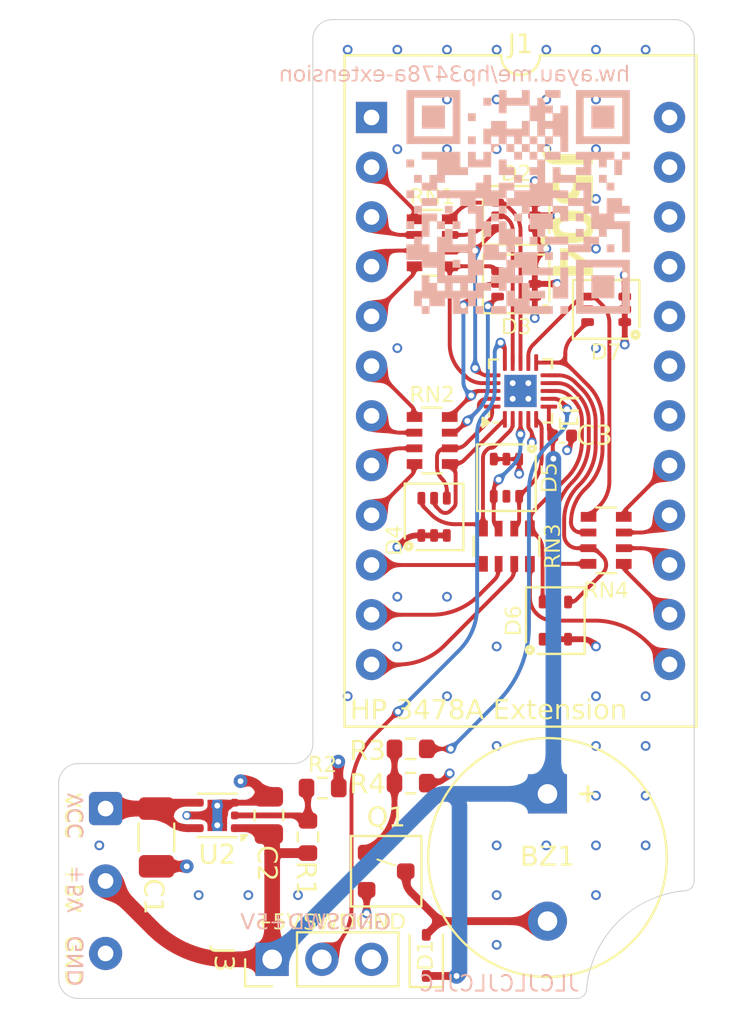
<source format=kicad_pcb>
(kicad_pcb (version 20241229) (generator "pcbnew") (generator_version "9.0")
  (layers (0 "F.Cu" signal) (4 "In1.Cu" power) (6 "In2.Cu" power) (2 "B.Cu" signal) (13 "F.Paste" user) (15 "B.Paste" user) (5 "F.SilkS" user "F.Silkscreen") (7 "B.SilkS" user "B.Silkscreen") (1 "F.Mask" user) (3 "B.Mask" user) (25 "Edge.Cuts" user))
  (net 0 "")
  (net 1 "GND")
  (net 2 "+5V")
  (net 3 "/SWIO")
  (net 4 "Net-(BZ1--)")
  (net 5 "VCC")
  (net 6 "Net-(J1-REN)")
  (net 7 "/EOI")
  (net 8 "/DIO7")
  (net 9 "/DIO5")
  (net 10 "/DIO2")
  (net 11 "/DIO6")
  (net 12 "/DIO8")
  (net 13 "/DAV")
  (net 14 "/ATN")
  (net 15 "/DIO3")
  (net 16 "/BUZZ")
  (net 17 "/DIO4")
  (net 18 "/DIO1")
  (net 19 "Net-(Q1-G)")
  (net 20 "Net-(U2-FB)")
  (net 22 "/NDAC")
  (net 23 "/NRFD")
  (net 24 "/SRQ")
  (net 25 "/IFC")
  (net 26 "/REN")
  (net 27 "Net-(J1-DIO7)")
  (net 28 "Net-(J1-DIO1)")
  (net 29 "Net-(J1-DIO5)")
  (net 30 "Net-(J1-NDAC)")
  (net 31 "Net-(J1-DIO4)")
  (net 32 "Net-(J1-ATN)")
  (net 33 "Net-(J1-DIO6)")
  (net 34 "Net-(J1-EOI)")
  (net 35 "Net-(J1-DIO8)")
  (net 36 "Net-(J1-NRFD)")
  (net 37 "Net-(J1-DIO2)")
  (net 38 "Net-(J1-DIO3)")
  (net 39 "Net-(J1-SRQ)")
  (net 40 "Net-(J1-DAV)")
  (net 41 "Net-(J1-IFC)")
  (footprint "Connector_Wire:SolderWire-0.127sqmm_1x03_P3.7mm_D0.48mm_OD1mm" (layer "F.Cu") (at 37.4 78.3 -90)
    (property "Reference" "J2" (hide yes))
    (property "Value" "Pwr")
  )
  (footprint "Capacitor_SMD:C_1206_3216Metric" (layer "F.Cu") (at 40 79.775 -90)
    (property "Reference" "C1")
    (property "Value" "10uF")
  )
  (footprint "Resistor_SMD:R_Array_Convex_4x0603" (layer "F.Cu") (at 54.1 59.5)
    (property "Reference" "RN2")
    (property "Value" "R_Pack04")
  )
  (footprint "Resistor_SMD:R_Array_Convex_4x0603" (layer "F.Cu") (at 54.1 49.4)
    (property "Reference" "RN1")
    (property "Value" "R_Pack04")
  )
  (footprint "PCM_Package_TO_SOT_SMD_AKL:SOT-363_SC-70-6" (layer "F.Cu") (at 60.4 68.7 90)
    (property "Reference" "D6")
    (property "Value" "BAT54TW" (hide yes))
  )
  (footprint "PCM_Package_TO_SOT_SMD_AKL:SOT-23" (layer "F.Cu") (at 51.75 81.5)
    (property "Reference" "Q1")
    (property "Value" "BSS138" (hide yes))
  )
  (footprint "Resistor_SMD:R_Array_Convex_4x0603" (layer "F.Cu") (at 63 64.6 180)
    (property "Reference" "RN4")
    (property "Value" "R_Pack04")
  )
  (footprint "Resistor_SMD:R_0603_1608Metric" (layer "F.Cu") (at 47.75 79.75 90)
    (property "Reference" "R1")
    (property "Value" "430k")
  )
  (footprint "Resistor_SMD:R_Array_Convex_4x0603" (layer "F.Cu") (at 57.9 64.9 90)
    (property "Reference" "RN3")
    (property "Value" "R_Pack04")
  )
  (footprint "Connector_PinHeader_2.54mm:PinHeader_1x03_P2.54mm_Vertical" (layer "F.Cu") (at 45.92 86 90)
    (property "Reference" "J3")
    (property "Value" "Debug")
  )
  (footprint "Resistor_SMD:R_0603_1608Metric" (layer "F.Cu") (at 53 75.25 180)
    (property "Reference" "R3")
    (property "Value" "1k")
  )
  (footprint "Package_SON:WSON-6-1EP_2x2mm_P0.65mm_EP1x1.6mm_ThermalVias" (layer "F.Cu") (at 43.1125 78.65 180)
    (property "Reference" "U2")
    (property "Value" "TLV76701DRVx")
  )
  (footprint "Package_DFN_QFN:QFN-20-1EP_3x3mm_P0.4mm_EP1.65x1.65mm_ThermalVias" (layer "F.Cu") (at 58.62 56.97 90)
    (property "Reference" "U1")
    (property "Value" "CH32V003FxUx")
  )
  (footprint "Resistor_SMD:R_0603_1608Metric" (layer "F.Cu") (at 53 77 180)
    (property "Reference" "R4")
    (property "Value" "10k")
  )
  (footprint "PCM_Package_TO_SOT_SMD_AKL:SOT-363_SC-70-6" (layer "F.Cu") (at 63 52.8 180)
    (property "Reference" "D7")
    (property "Value" "BAT54TW" (hide yes))
  )
  (footprint "Capacitor_SMD:C_0402_1005Metric" (layer "F.Cu") (at 60.75 59.25)
    (property "Reference" "C3")
    (property "Value" "100nF")
  )
  (footprint "PCM_Package_TO_SOT_SMD_AKL:SOT-363_SC-70-6" (layer "F.Cu") (at 57.9 61.4 -90)
    (property "Reference" "D5")
    (property "Value" "BAT54TW" (hide yes))
  )
  (footprint "Package_DIP:DIP-24_18.0mmx34.29mm_W15.24mm_Socket" (layer "F.Cu") (at 51 43)
    (property "Reference" "J1")
    (property "Value" "Conn_GPIB")
  )
  (footprint "Buzzer_Beeper:MagneticBuzzer_StarMicronics_QMB-105" (layer "F.Cu") (at 60 77.55 -90)
    (property "Reference" "BZ1")
    (property "Value" "Buzzer")
  )
  (footprint "PCM_Package_TO_SOT_SMD_AKL:SOT-363_SC-70-6" (layer "F.Cu") (at 54.2 63.4 90)
    (property "Reference" "D4")
    (property "Value" "BAT54TW" (hide yes))
  )
  (footprint "PCM_Package_TO_SOT_SMD_AKL:SOT-363_SC-70-6" (layer "F.Cu") (at 58.4 48 180)
    (property "Reference" "D2")
    (property "Value" "BAT54TW" (hide yes))
  )
  (footprint "Resistor_SMD:R_0603_1608Metric" (layer "F.Cu") (at 48.5 77.25)
    (property "Reference" "R2")
    (property "Value" "82k")
  )
  (footprint "Capacitor_SMD:C_0805_2012Metric" (layer "F.Cu") (at 45.75 78.65 90)
    (property "Reference" "C2")
    (property "Value" "10uF")
  )
  (footprint "PCM_Package_TO_SOT_SMD_AKL:SOT-363_SC-70-6" (layer "F.Cu") (at 58.4 51.5 180)
    (property "Reference" "D3")
    (property "Value" "BAT54TW" (hide yes))
  )
  (footprint "Diode_SMD:D_SOD-323" (layer "F.Cu") (at 53.8 85.8 90)
    (property "Reference" "D1")
    (property "Value" "1N4148W")
  )
  (footprint "LOGO" (layer "B.Cu") (at 58.5 47.313769 180)
    (property "Reference" "G***" (hide yes))
    (property "Value" "LOGO" (hide yes))
  )
  (gr_line (start 51.3 80.9) (end 52.2 81.2) (stroke (width 0.1)) (layer "F.SilkS"))
  (gr_arc (start 66.5 38) (mid 67.207107 38.292893) (end 67.5 39) (stroke (width 0.05)) (layer "Edge.Cuts"))
  (gr_arc (start 36 88) (mid 35.292893 87.707107) (end 35 87) (stroke (width 0.05)) (layer "Edge.Cuts"))
  (gr_line (start 61.5 88) (end 36 88) (stroke (width 0.05)) (layer "Edge.Cuts"))
  (gr_arc (start 48 75) (mid 47.707107 75.707107) (end 47 76) (stroke (width 0.05)) (layer "Edge.Cuts"))
  (gr_line (start 67.5 76) (end 67.5 82) (stroke (width 0.05)) (layer "Edge.Cuts"))
  (gr_arc (start 62 87.499995) (mid 63.594877 84.094873) (end 67 82.5) (stroke (width 0.05)) (layer "Edge.Cuts"))
  (gr_arc (start 48 39) (mid 48.292893 38.292893) (end 49 38) (stroke (width 0.05)) (layer "Edge.Cuts"))
  (gr_line (start 48 75) (end 48 39) (stroke (width 0.05)) (layer "Edge.Cuts"))
  (gr_line (start 36 76) (end 47 76) (stroke (width 0.05)) (layer "Edge.Cuts"))
  (gr_arc (start 62 87.499995) (mid 61.853555 87.853552) (end 61.5 88) (stroke (width 0.05)) (layer "Edge.Cuts"))
  (gr_line (start 67.5 39) (end 67.5 76) (stroke (width 0.05)) (layer "Edge.Cuts"))
  (gr_line (start 49 38) (end 66.5 38) (stroke (width 0.05)) (layer "Edge.Cuts"))
  (gr_line (start 35 87) (end 35 77) (stroke (width 0.05)) (layer "Edge.Cuts"))
  (gr_arc (start 67.5 82) (mid 67.353556 82.353551) (end 67.000006 82.5) (stroke (width 0.05)) (layer "Edge.Cuts"))
  (gr_arc (start 35 77) (mid 35.292893 76.292893) (end 36 76) (stroke (width 0.05)) (layer "Edge.Cuts"))
  (gr_text "SWD" (at 47.5 84.62 0) (layer "F.SilkS") (effects (font (size 0.8 0.8) (thickness 0.1)) (justify left bottom)))
  (gr_text "VCC" (at 35.2 77.5 270) (layer "F.SilkS") (effects (font (size 0.8 0.8) (thickness 0.1)) (justify left bottom)))
  (gr_text "+5V" (at 45 84.6 0) (layer "F.SilkS") (effects (font (size 0.8 0.8) (thickness 0.1)) (justify left bottom)))
  (gr_text "GND" (at 50.2 84.6 0) (layer "F.SilkS") (effects (font (size 0.8 0.8) (thickness 0.1)) (justify left bottom)))
  (gr_text "J504" (at 59.94 44.62 270) (layer "F.SilkS") (effects (font (size 2 2) (thickness 0.3) (bold yes)) (justify left bottom)))
  (gr_text "+5V" (at 35.2 81.2 270) (layer "F.SilkS") (effects (font (size 0.8 0.8) (thickness 0.1)) (justify left bottom)))
  (gr_text "GND" (at 35.2 84.8 270) (layer "F.SilkS") (effects (font (size 0.8 0.8) (thickness 0.1)) (justify left bottom)))
  (gr_text "HP 3478A Extension" (at 49.9 73.9 0) (layer "F.SilkS") (effects (font (size 1 1) (thickness 0.1)) (justify left bottom)))
  (gr_text "GND" (at 36.4 84.8 -270) (layer "B.SilkS") (effects (font (size 0.8 0.8) (thickness 0.1)) (justify left bottom mirror)))
  (gr_text "hw.ayau.me/hp3478a-extension" (at 64.213769 41.3 0) (layer "B.SilkS") (effects (font (size 0.8 0.8) (thickness 0.1)) (justify left bottom mirror)))
  (gr_text "SWD" (at 49.4 84.6 -0) (layer "B.SilkS") (effects (font (size 0.8 0.8) (thickness 0.1)) (justify left bottom mirror)))
  (gr_text "+5V" (at 36.4 81.2 -270) (layer "B.SilkS") (effects (font (size 0.8 0.8) (thickness 0.1)) (justify left bottom mirror)))
  (gr_text "JLCJLCJLCJLC" (at 61.7 87.7 0) (layer "B.SilkS") (effects (font (size 0.8 0.8) (thickness 0.1)) (justify left bottom mirror)))
  (gr_text "+5V" (at 46.7 84.6 0) (layer "B.SilkS") (effects (font (size 0.8 0.8) (thickness 0.1)) (justify left bottom mirror)))
  (gr_text "GND" (at 52 84.6 -0) (layer "B.SilkS") (effects (font (size 0.8 0.8) (thickness 0.1)) (justify left bottom mirror)))
  (gr_text "VCC" (at 36.4 77.5 -270) (layer "B.SilkS") (effects (font (size 0.8 0.8) (thickness 0.1)) (justify left bottom mirror)))
  (segment (start 59.35 52.15) (end 59.35 53.25) (width 0.3) (layer "F.Cu") (net 1))
  (segment (start 42.225 78.65) (end 43.1125 78.65) (width 0.4) (layer "F.Cu") (net 1))
  (segment (start 45.179809 77.129809) (end 45.6 77.55) (width 0.5) (layer "F.Cu") (net 1))
  (segment (start 59.94 49.7) (end 59.645 49.405) (width 0.3) (layer "F.Cu") (net 1))
  (segment (start 44 78) (end 45.237867 78) (width 0.3) (layer "F.Cu") (net 1))
  (segment (start 43.1625 78.05) (end 43.1125 78.1) (width 0.3) (layer "F.Cu") (net 1))
  (segment (start 59.2 59.178758) (end 59.2 59.6) (width 0.2) (layer "F.Cu") (net 1))
  (segment (start 60.5 51.5) (end 59.35 51.5) (width 0.3) (layer "F.Cu") (net 1))
  (segment (start 50.75 83.65) (end 50.75 82.45) (width 0.3) (layer "F.Cu") (net 1))
  (segment (start 59.94 49.7) (end 59.645 49.995) (width 0.3) (layer "F.Cu") (net 1))
  (segment (start 63.95 51.05) (end 63.95 52.15) (width 0.3) (layer "F.Cu") (net 1))
  (segment (start 44 78) (end 43.28321 78) (width 0.3) (layer "F.Cu") (net 1))
  (segment (start 52.32 64.94) (end 52.615 64.645) (width 0.3) (layer "F.Cu") (net 1))
  (segment (start 44.3 76.9) (end 44.625 76.9) (width 0.5) (layer "F.Cu") (net 1))
  (segment (start 63.95 54.6) (end 63.95 53.45) (width 0.3) (layer "F.Cu") (net 1))
  (segment (start 49.3125 77.2375) (end 49.325 77.25) (width 0.5) (layer "F.Cu") (net 1))
  (segment (start 59.02 58.744199) (end 59.02 58.42) (width 0.2) (layer "F.Cu") (net 1))
  (segment (start 58.55 61.2) (end 58.55 60.45) (width 0.2) (layer "F.Cu") (net 1))
  (segment (start 41.55 81.25) (end 40 81.25) (width 0.5) (layer "F.Cu") (net 1))
  (segment (start 59.35 46.25) (end 59.35 47.35) (width 0.3) (layer "F.Cu") (net 1))
  (segment (start 61.23 59.44474) (end 61.23 59.25) (width 0.2) (layer "F.Cu") (net 1))
  (segment (start 63.95 52.15) (end 63.95 53.45) (width 0.3) (layer "F.Cu") (net 1))
  (segment (start 53.327193 64.35) (end 54.85 64.35) (width 0.3) (layer "F.Cu") (net 1))
  (segment (start 61.84837 69.65) (end 59.75 69.65) (width 0.3) (layer "F.Cu") (net 1))
  (segment (start 60.5 48) (end 59.35 48) (width 0.3) (layer "F.Cu") (net 1))
  (segment (start 49.3 77.207322) (end 49.3 75.9) (width 0.5) (layer "F.Cu") (net 1))
  (segment (start 59.35 47.35) (end 59.35 48.692806) (width 0.3) (layer "F.Cu") (net 1))
  (segment (start 55 76.5) (end 54.738648 76.761351) (width 0.3) (layer "F.Cu") (net 1))
  (segment (start 41.55 78.65) (end 42.225 78.65) (width 0.4) (layer "F.Cu") (net 1))
  (segment (start 58.55 60.45) (end 57.25 60.45) (width 0.2) (layer "F.Cu") (net 1))
  (segment (start 59.35 52.15) (end 59.35 50.707193) (width 0.3) (layer "F.Cu") (net 1))
  (segment (start 62.48 70.02) (end 62.295 69.835) (width 0.3) (layer "F.Cu") (net 1))
  (segment (start 54.1625 77) (end 53.825 77) (width 0.3) (layer "F.Cu") (net 1))
  (via (at 62.48 75.1) (size 0.5) (drill 0.3) (layers "F.Cu" "B.Cu") (net 1))
  (via (at 41.55 81.25) (size 0.7) (drill 0.3) (layers "F.Cu" "B.Cu") (net 1))
  (via (at 60.5 51.5) (size 0.5) (drill 0.3) (layers "F.Cu" "B.Cu") (net 1))
  (via (at 49.78 72.56) (size 0.5) (drill 0.3) (layers "F.Cu" "B.Cu") (net 1))
  (via (at 59.35 46.25) (size 0.5) (drill 0.3) (layers "F.Cu" "B.Cu") (net 1))
  (via (at 62.48 70.02) (size 0.5) (drill 0.3) (layers "F.Cu" "B.Cu") (net 1))
  (via (at 62.48 72.56) (size 0.5) (drill 0.3) (layers "F.Cu" "B.Cu") (net 1))
  (via (at 50.75 83.65) (size 0.5) (drill 0.3) (layers "F.Cu" "B.Cu") (net 1))
  (via (at 62.48 44.62) (size 0.5) (drill 0.3) (layers "F.Cu" "B.Cu") (net 1))
  (via (at 44.7 82.72) (size 0.5) (drill 0.3) (layers "F.Cu" "B.Cu") (net 1))
  (via (at 54.86 67.48) (size 0.5) (drill 0.3) (layers "F.Cu" "B.Cu") (net 1))
  (via (at 54.86 44.62) (size 0.5) (drill 0.3) (layers "F.Cu" "B.Cu") (net 1))
  (via (at 62.48 77.64) (size 0.5) (drill 0.3) (layers "F.Cu" "B.Cu") (net 1))
  (via (at 62.48 54.78) (size 0.5) (drill 0.3) (layers "F.Cu" "B.Cu") (net 1))
  (via (at 57.4 75.1) (size 0.5) (drill 0.3) (layers "F.Cu" "B.Cu") (net 1))
  (via (at 49.78 39.54) (size 0.5) (drill 0.3) (layers "F.Cu" "B.Cu") (net 1))
  (via (at 54.86 39.54) (size 0.5) (drill 0.3) (layers "F.Cu" "B.Cu") (net 1))
  (via (at 49.3 75.9) (size 0.7) (drill 0.3) (layers "F.Cu" "B.Cu") (net 1))
  (via (at 63.95 51.05) (size 0.5) (drill 0.3) (layers "F.Cu" "B.Cu") (net 1))
  (via (at 59.94 44.62) (size 0.5) (drill 0.3) (layers "F.Cu" "B.Cu") (net 1))
  (via (at 57.4 82.72) (size 0.5) (drill 0.3) (layers "F.Cu" "B.Cu") (net 1))
  (via (at 58.55 61.2) (size 0.5) (drill 0.3) (layers "F.Cu" "B.Cu") (net 1))
  (via (at 52.32 67.48) (size 0.5) (drill 0.3) (layers "F.Cu" "B.Cu") (net 1))
  (via (at 61 60) (size 0.5) (drill 0.3) (layers "F.Cu" "B.Cu") (net 1))
  (via (at 47.24 82.72) (size 0.5) (drill 0.3) (layers "F.Cu" "B.Cu") (net 1))
  (via (at 57.4 44.62) (size 0.5) (drill 0.3) (layers "F.Cu" "B.Cu") (net 1))
  (via (at 44.3 76.9) (size 0.7) (drill 0.3) (layers "F.Cu" "B.Cu") (net 1))
  (via (at 52.32 64.94) (size 0.5) (drill 0.3) (layers "F.Cu" "B.Cu") (net 1))
  (via (at 57.4 70.02) (size 0.5) (drill 0.3) (layers "F.Cu" "B.Cu") (net 1))
  (via (at 62.48 82.72) (size 0.5) (drill 0.3) (layers "F.Cu" "B.Cu") (net 1))
  (via (at 62.48 49.7) (size 0.5) (drill 0.3) (layers "F.Cu" "B.Cu") (net 1))
  (via (at 57.4 42.08) (size 0.5) (drill 0.3) (layers "F.Cu" "B.Cu") (net 1))
  (via (at 62.48 47.16) (size 0.5) (drill 0.3) (layers "F.Cu" "B.Cu") (net 1))
  (via (at 65.02 77.64) (size 0.5) (drill 0.3) (layers "F.Cu" "B.Cu") (net 1))
  (via (at 52.32 54.78) (size 0.5) (drill 0.3) (layers "F.Cu" "B.Cu") (net 1))
  (via (at 57.4 85.26) (size 0.5) (drill 0.3) (layers "F.Cu" "B.Cu") (net 1))
  (via (at 59.94 39.54) (size 0.5) (drill 0.3) (layers "F.Cu" "B.Cu") (net 1))
  (via (at 65.02 39.54) (size 0.5) (drill 0.3) (layers "F.Cu" "B.Cu") (net 1))
  (via (at 60.5 48) (size 0.5) (drill 0.3) (layers "F.Cu" "B.Cu") (net 1))
  (via (at 63.95 54.6) (size 0.5) (drill 0.3) (layers "F.Cu" "B.Cu") (net 1))
  (via (at 59.94 80.18) (size 0.5) (drill 0.3) (layers "F.Cu" "B.Cu") (net 1))
  (via (at 65.02 80.18) (size 0.5) (drill 0.3) (layers "F.Cu" "B.Cu") (net 1))
  (via (at 54.86 42.08) (size 0.5) (drill 0.3) (layers "F.Cu" "B.Cu") (net 1))
  (via (at 59.2 59.6) (size 0.5) (drill 0.3) (layers "F.Cu" "B.Cu") (net 1))
  (via (at 55 76.5) (size 0.5) (drill 0.3) (layers "F.Cu" "B.Cu") (net 1))
  (via (at 41.55 78.65) (size 0.45) (drill 0.3) (layers "F.Cu" "B.Cu") (net 1))
  (via (at 52.32 44.62) (size 0.5) (drill 0.3) (layers "F.Cu" "B.Cu") (net 1))
  (via (at 52.32 70.02) (size 0.5) (drill 0.3) (layers "F.Cu" "B.Cu") (net 1))
  (via (at 59.94 42.08) (size 0.5) (drill 0.3) (layers "F.Cu" "B.Cu") (net 1))
  (via (at 62.48 80.18) (size 0.5) (drill 0.3) (layers "F.Cu" "B.Cu") (net 1))
  (via (at 37.08 80.18) (size 0.5) (drill 0.3) (layers "F.Cu" "B.Cu") (net 1))
  (via (at 57.4 39.54) (size 0.5) (drill 0.3) (layers "F.Cu" "B.Cu") (net 1))
  (via (at 59.35 53.25) (size 0.5) (drill 0.3) (layers "F.Cu" "B.Cu") (net 1))
  (via (at 42.16 82.72) (size 0.5) (drill 0.3) (layers "F.Cu" "B.Cu") (net 1))
  (via (at 54.86 72.56) (size 0.5) (drill 0.3) (layers "F.Cu" "B.Cu") (net 1))
  (via (at 52.32 39.54) (size 0.5) (drill 0.3) (layers "F.Cu" "B.Cu") (net 1))
  (via (at 65.02 75.1) (size 0.5) (drill 0.3) (layers "F.Cu" "B.Cu") (net 1))
  (via (at 65.02 72.56) (size 0.5) (drill 0.3) (layers "F.Cu" "B.Cu") (net 1))
  (via (at 57.4 80.18) (size 0.5) (drill 0.3) (layers "F.Cu" "B.Cu") (net 1))
  (via (at 62.48 42.08) (size 0.5) (drill 0.3) (layers "F.Cu" "B.Cu") (net 1))
  (via (at 62.48 39.54) (size 0.5) (drill 0.3) (layers "F.Cu" "B.Cu") (net 1))
  (via (at 59.94 49.7) (size 0.5) (drill 0.3) (layers "F.Cu" "B.Cu") (net 1))
  (arc (start 62.295 69.835) (mid 62.090084 69.698079) (end 61.84837 69.65) (width 0.3) (layer "F.Cu") (net 1))
  (arc (start 49.3125 77.2375) (mid 49.303248 77.223654) (end 49.3 77.207322) (width 0.5) (layer "F.Cu") (net 1))
  (arc (start 59.11 58.961479) (mid 59.176609 59.061167) (end 59.2 59.178758) (width 0.2) (layer "F.Cu") (net 1))
  (arc (start 53.327193 64.35) (mid 52.941756 64.426668) (end 52.615 64.645) (width 0.3) (layer "F.Cu") (net 1))
  (arc (start 45.6 77.55) (mid 45.662132 77.7) (end 45.6 77.85) (width 0.5) (layer "F.Cu") (net 1))
  (arc (start 61.23 59.44474) (mid 61.170227 59.745241) (end 61 60) (width 0.2) (layer "F.Cu") (net 1))
  (arc (start 59.02 58.744199) (mid 59.04339 58.86179) (end 59.11 58.961479) (width 0.2) (layer "F.Cu") (net 1))
  (arc (start 45.237867 78) (mid 45.433852 77.961016) (end 45.6 77.85) (width 0.3) (layer "F.Cu") (net 1))
  (arc (start 43.1625 78.05) (mid 43.217882 78.012994) (end 43.28321 78) (width 0.3) (layer "F.Cu") (net 1))
  (arc (start 54.738648 76.761351) (mid 54.474309 76.937977) (end 54.1625 77) (width 0.3) (layer "F.Cu") (net 1))
  (arc (start 59.35 48.692806) (mid 59.426668 49.078242) (end 59.645 49.405) (width 0.3) (layer "F.Cu") (net 1))
  (arc (start 45.179809 77.129809) (mid 44.92526 76.959725) (end 44.625 76.9) (width 0.5) (layer "F.Cu") (net 1))
  (arc (start 59.645 49.995) (mid 59.426668 50.321756) (end 59.35 50.707193) (width 0.3) (layer "F.Cu") (net 1))
  (segment (start 45.711717 79.561717) (end 45.719842 79.569842) (width 0.4) (layer "F.Cu") (net 2))
  (segment (start 45.624883 79.474883) (end 45.629961 79.479961) (width 0.4) (layer "F.Cu") (net 2))
  (segment (start 45.662461 79.512461) (end 45.656875 79.506875) (width 0.4) (layer "F.Cu") (net 2))
  (segment (start 39.806207 84.406207) (end 37.4 82) (width 0.8) (layer "F.Cu") (net 2))
  (segment (start 45.92 79.890208) (end 45.92 80.626256) (width 0.8) (layer "F.Cu") (net 2))
  (segment (start 60.3 60.43) (end 60.285 60.415) (width 0.2) (layer "F.Cu") (net 2))
  (segment (start 45.707654 79.557654) (end 45.711717 79.561717) (width 0.4) (layer "F.Cu") (net 2))
  (segment (start 43.653963 86) (end 45.92 86) (width 0.8) (layer "F.Cu") (net 2))
  (segment (start 45.62082 79.47082) (end 45.621836 79.471836) (width 0.4) (layer "F.Cu") (net 2))
  (segment (start 45.92 86) (end 45.92 80.873743) (width 0.8) (layer "F.Cu") (net 2))
  (segment (start 45.600507 79.450507) (end 45.601522 79.451522) (width 0.4) (layer "F.Cu") (net 2))
  (segment (start 45.786133 79.636133) (end 45.798711 79.648711) (width 0.4) (layer "F.Cu") (net 2))
  (segment (start 45.679219 79.529219) (end 45.677696 79.527696) (width 0.4) (layer "F.Cu") (net 2))
  (segment (start 45.237867 79.3) (end 44 79.3) (width 0.4) (layer "F.Cu") (net 2))
  (segment (start 45.703591 79.553591) (end 45.695467 79.545467) (width 0.4) (layer "F.Cu") (net 2))
  (segment (start 45.753945 79.603945) (end 45.761211 79.611211) (width 0.4) (layer "F.Cu") (net 2))
  (segment (start 45.662461 79.512461) (end 45.667539 79.517539) (width 0.4) (layer "F.Cu") (net 2))
  (segment (start 45.679219 79.529219) (end 45.683281 79.533281) (width 0.4) (layer "F.Cu") (net 2))
  (segment (start 45.619804 79.469804) (end 45.62082 79.47082) (width 0.4) (layer "F.Cu") (net 2))
  (segment (start 45.60457 79.45457) (end 45.606093 79.456093) (width 0.4) (layer "F.Cu") (net 2))
  (segment (start 45.746679 79.596679) (end 45.753945 79.603945) (width 0.4) (layer "F.Cu") (net 2))
  (segment (start 45.82 79.67) (end 45.83 79.68) (width 0.4) (layer "F.Cu") (net 2))
  (segment (start 45.67668 79.52668) (end 45.677696 79.527696) (width 0.4) (layer "F.Cu") (net 2))
  (segment (start 45.624883 79.474883) (end 45.621836 79.471836) (width 0.4) (layer "F.Cu") (net 2))
  (segment (start 45.691405 79.541405) (end 45.695467 79.545467) (width 0.4) (layer "F.Cu") (net 2))
  (segment (start 45.667539 79.517539) (end 45.672617 79.522617) (width 0.4) (layer "F.Cu") (net 2))
  (segment (start 45.92 80.626256) (end 45.92 80.873743) (width 0.8) (layer "F.Cu") (net 2))
  (segment (start 45.798711 79.648711) (end 45.811289 79.661289) (width 0.4) (layer "F.Cu") (net 2))
  (segment (start 45.614217 79.464217) (end 45.61828 79.46828) (width 0.4) (layer "F.Cu") (net 2))
  (segment (start 45.83 79.68) (end 45.835 79.685) (width 0.4) (layer "F.Cu") (net 2))
  (segment (start 45.746679 79.596679) (end 45.740155 79.590155) (width 0.4) (layer "F.Cu") (net 2))
  (segment (start 60.27 59.391421) (end 60.27 60.378786) (width 0.2) (layer "F.Cu") (net 2))
  (segment (start 45.601522 79.451522) (end 45.602538 79.452538) (width 0.4) (layer "F.Cu") (net 2))
  (segment (start 45.610155 79.460155) (end 45.614217 79.464217) (width 0.4) (layer "F.Cu") (net 2))
  (segment (start 45.640625 79.490625) (end 45.656875 79.506875) (width 0.4) (layer "F.Cu") (net 2))
  (segment (start 45.675664 79.525664) (end 45.672617 79.522617) (width 0.4) (layer "F.Cu") (net 2))
  (segment (start 45.635039 79.485039) (end 45.640625 79.490625) (width 0.4) (layer "F.Cu") (net 2))
  (segment (start 45.619804 79.469804) (end 45.61828 79.46828) (width 0.4) (layer "F.Cu") (net 2))
  (segment (start 60.07 58.908578) (end 60.07 57.77) (width 0.2) (layer "F.Cu") (net 2))
  (segment (start 45.602538 79.452538) (end 45.603554 79.453554) (width 0.4) (layer "F.Cu") (net 2))
  (segment (start 45.606093 79.456093) (end 45.610155 79.460155) (width 0.4) (layer "F.Cu") (net 2))
  (segment (start 45.629961 79.479961) (end 45.635039 79.485039) (width 0.4) (layer "F.Cu") (net 2))
  (segment (start 45.719842 79.569842) (end 45.740155 79.590155) (width 0.4) (layer "F.Cu") (net 2))
  (segment (start 55.35 86.85) (end 53.8 86.85) (width 0.4) (layer "F.Cu") (net 2))
  (segment (start 45.603554 79.453554) (end 45.60457 79.45457) (width 0.4) (layer "F.Cu") (net 2))
  (segment (start 45.687343 79.537343) (end 45.691405 79.541405) (width 0.4) (layer "F.Cu") (net 2))
  (segment (start 45.761211 79.611211) (end 45.786133 79.636133) (width 0.4) (layer "F.Cu") (net 2))
  (segment (start 45.675664 79.525664) (end 45.67668 79.52668) (width 0.4) (layer "F.Cu") (net 2))
  (segment (start 45.683281 79.533281) (end 45.687343 79.537343) (width 0.4) (layer "F.Cu") (net 2))
  (segment (start 45.82 79.67) (end 45.811289 79.661289) (width 0.4) (layer "F.Cu") (net 2))
  (segment (start 45.600507 79.450507) (end 45.6 79.45) (width 0.4) (layer "F.Cu") (net 2))
  (segment (start 46.218743 80.575) (end 47.75 80.575) (width 0.5) (layer "F.Cu") (net 2))
  (segment (start 45.703591 79.553591) (end 45.707654 79.557654) (width 0.4) (layer "F.Cu") (net 2))
  (via (at 55.35 86.85) (size 0.5) (drill 0.3) (layers "F.Cu" "B.Cu") (net 2))
  (via (at 60.3 60.43) (size 0.5) (drill 0.3) (layers "F.Cu" "B.Cu") (net 2))
  (arc (start 45.92 80.626256) (mid 45.951641 80.67361) (end 46.0075 80.6625) (width 0.8) (layer "F.Cu") (net 2))
  (arc (start 60.27 60.378786) (mid 60.273898 60.398385) (end 60.285 60.415) (width 0.2) (layer "F.Cu") (net 2))
  (arc (start 45.237867 79.3) (mid 45.433852 79.338983) (end 45.6 79.45) (width 0.4) (layer "F.Cu") (net 2))
  (arc (start 46.0075 80.6625) (mid 45.94274 80.759419) (end 45.92 80.873743) (width 0.5) (layer "F.Cu") (net 2))
  (arc (start 39.806207 84.406207) (mid 41.571572 85.585786) (end 43.653963 86) (width 0.8) (layer "F.Cu") (net 2))
  (arc (start 46.218743 80.575) (mid 46.104419 80.59774) (end 46.0075 80.6625) (width 0.5) (layer "F.Cu") (net 2))
  (arc (start 60.17 59.15) (mid 60.24401 59.260764) (end 60.27 59.391421) (width 0.2) (layer "F.Cu") (net 2))
  (arc (start 60.07 58.908578) (mid 60.095989 59.039234) (end 60.17 59.15) (width 0.2) (layer "F.Cu") (net 2))
  (arc (start 45.92 79.890208) (mid 45.897909 79.77915) (end 45.835 79.685) (width 0.8) (layer "F.Cu") (net 2))
  (segment (start 59.787867 77.55) (end 58.25 77.55) (width 0.8) (layer "B.Cu") (net 2))
  (segment (start 54.735 77.55) (end 54.81645 77.55) (width 0.8) (layer "B.Cu") (net 2))
  (segment (start 55.35 86.85) (end 55.4255 86.7745) (width 0.8) (layer "B.Cu") (net 2))
  (segment (start 56.15 77.55) (end 55.383549 77.55) (width 0.8) (layer "B.Cu") (net 2))
  (segment (start 58.25 77.55) (end 56.15 77.55) (width 0.8) (layer "B.Cu") (net 2))
  (segment (start 55.501 78.234549) (end 55.501 86.592226) (width 0.8) (layer "B.Cu") (net 2))
  (segment (start 60.3 60.43) (end 60.3 77.037867) (width 0.8) (layer "B.Cu") (net 2))
  (segment (start 54.81645 77.55) (end 55.383549 77.55) (width 0.8) (layer "B.Cu") (net 2))
  (segment (start 54.111906 77.808093) (end 45.92 86) (width 0.8) (layer "B.Cu") (net 2))
  (arc (start 55.383549 77.55) (mid 55.275039 77.622503) (end 55.3005 77.7505) (width 0.8) (layer "B.Cu") (net 2))
  (arc (start 54.735 77.55) (mid 54.397783 77.617076) (end 54.111906 77.808093) (width 0.8) (layer "B.Cu") (net 2))
  (arc (start 60.3 77.037867) (mid 60.261016 77.233852) (end 60.15 77.4) (width 0.8) (layer "B.Cu") (net 2))
  (arc (start 55.3005 77.7505) (mid 55.078416 77.602108) (end 54.81645 77.55) (width 0.8) (layer "B.Cu") (net 2))
  (arc (start 55.3005 77.7505) (mid 55.448891 77.972583) (end 55.501 78.234549) (width 0.8) (layer "B.Cu") (net 2))
  (arc (start 60.15 77.4) (mid 59.983852 77.511016) (end 59.787867 77.55) (width 0.8) (layer "B.Cu") (net 2))
  (arc (start 55.501 86.592226) (mid 55.481378 86.690872) (end 55.4255 86.7745) (width 0.8) (layer "B.Cu") (net 2))
  (segment (start 57.71 54.61) (end 57.6 54.5) (width 0.2) (layer "F.Cu") (net 3))
  (segment (start 49.218 85.242) (end 48.46 86) (width 0.2) (layer "F.Cu") (net 3))
  (segment (start 52.35 73.35) (end 51.163 74.537) (width 0.2) (layer "F.Cu") (net 3))
  (segment (start 57.82 54.875563) (end 57.82 55.52) (width 0.2) (layer "F.Cu") (net 3))
  (segment (start 49.976 83.412026) (end 49.976 77.402671) (width 0.2) (layer "F.Cu") (net 3))
  (via (at 57.6 54.5) (size 0.5) (drill 0.3) (layers "F.Cu" "B.Cu") (net 3))
  (via (at 52.35 73.35) (size 0.5) (drill 0.3) (layers "F.Cu" "B.Cu") (net 3))
  (arc (start 51.163 74.537) (mid 50.284491 75.851781) (end 49.976 77.402671) (width 0.2) (layer "F.Cu") (net 3))
  (arc (start 49.976 83.412026) (mid 49.779002 84.4024) (end 49.218 85.242) (width 0.2) (layer "F.Cu") (net 3))
  (arc (start 57.71 54.61) (mid 57.791411 54.731841) (end 57.82 54.875563) (width 0.2) (layer "F.Cu") (net 3))
  (segment (start 57.301 56.958992) (end 57.301 55.010424) (width 0.2) (layer "B.Cu") (net 3))
  (segment (start 56.401 59.131785) (end 56.401 65.4005) (width 0.2) (layer "B.Cu") (net 3))
  (segment (start 57.6 54.5) (end 57.4505 54.6495) (width 0.2) (layer "B.Cu") (net 3))
  (segment (start 52.35 73.35) (end 55.482114 70.217885) (width 0.2) (layer "B.Cu") (net 3))
  (segment (start 56.401 65.4005) (end 56.401 67.9995) (width 0.2) (layer "B.Cu") (net 3))
  (arc (start 56.851 58.045389) (mid 56.517951 58.543831) (end 56.401 59.131785) (width 0.2) (layer "B.Cu") (net 3))
  (arc (start 57.4505 54.6495) (mid 57.339853 54.815093) (end 57.301 55.010424) (width 0.2) (layer "B.Cu") (net 3))
  (arc (start 57.301 56.958992) (mid 57.184048 57.546945) (end 56.851 58.045389) (width 0.2) (layer "B.Cu") (net 3))
  (arc (start 56.401 67.9995) (mid 56.162189 69.200081) (end 55.482114 70.217885) (width 0.2) (layer "B.Cu") (net 3))
  (segment (start 54.15 84.4) (end 53.8 84.75) (width 0.4) (layer "F.Cu") (net 4))
  (segment (start 54.994974 84.05) (end 60 84.05) (width 0.4) (layer "F.Cu") (net 4))
  (segment (start 52.75 81.9) (end 52.75 81.5) (width 0.4) (layer "F.Cu") (net 4))
  (segment (start 53.032842 82.582842) (end 54.15 83.7) (width 0.4) (layer "F.Cu") (net 4))
  (arc (start 52.75 81.9) (mid 52.823508 82.269551) (end 53.032842 82.582842) (width 0.4) (layer "F.Cu") (net 4))
  (arc (start 54.15 84.4) (mid 54.294974 84.05) (end 54.15 83.7) (width 0.4) (layer "F.Cu") (net 4))
  (arc (start 54.994974 84.05) (mid 54.537677 84.140962) (end 54.15 84.4) (width 0.4) (layer "F.Cu") (net 4))
  (arc (start 54.15 83.7) (mid 54.537677 83.959037) (end 54.994974 84.05) (width 0.4) (layer "F.Cu") (net 4))
  (segment (start 40 78.3) (end 37.4 78.3) (width 0.8) (layer "F.Cu") (net 5))
  (segment (start 41.6125 79.3) (end 42.225 79.3) (width 0.4) (layer "F.Cu") (net 5))
  (segment (start 40.512132 78) (end 42.225 78) (width 0.4) (layer "F.Cu") (net 5))
  (arc (start 41.6125 79.3) (mid 41.046623 79.18744) (end 40.566897 78.866897) (width 0.4) (layer "F.Cu") (net 5))
  (segment (start 63.998994 63.021005) (end 66.24 60.78) (width 0.2) (layer "F.Cu") (net 6))
  (segment (start 63.9 63.26) (end 63.9 63.4) (width 0.2) (layer "F.Cu") (net 6))
  (arc (start 63.998994 63.021005) (mid 63.925727 63.130656) (end 63.9 63.26) (width 0.2) (layer "F.Cu") (net 6))
  (segment (start 55.2 59.9) (end 54.8 59.9) (width 0.2) (layer "F.Cu") (net 7))
  (segment (start 54.777483 59.9) (end 54.8 59.9) (width 0.2) (layer "F.Cu") (net 7))
  (segment (start 54.349 60.846739) (end 54.349 60.328483) (width 0.2) (layer "F.Cu") (net 7))
  (segment (start 56.97201 58.527989) (end 55.812132 59.687867) (width 0.2) (layer "F.Cu") (net 7))
  (segment (start 55.2 59.9) (end 55.3 59.9) (width 0.2) (layer "F.Cu") (net 7))
  (segment (start 57.17 58.05) (end 57.17 57.77) (width 0.2) (layer "F.Cu") (net 7))
  (segment (start 54.85 62.05626) (end 54.85 62.45) (width 0.2) (layer "F.Cu") (net 7))
  (arc (start 57.17 58.05) (mid 57.118544 58.308686) (end 56.97201 58.527989) (width 0.2) (layer "F.Cu") (net 7))
  (arc (start 54.5995 61.4515) (mid 54.784897 61.728966) (end 54.85 62.05626) (width 0.2) (layer "F.Cu") (net 7))
  (arc (start 54.4745 60.0255) (mid 54.381616 60.164509) (end 54.349 60.328483) (width 0.2) (layer "F.Cu") (net 7))
  (arc (start 55.812132 59.687867) (mid 55.577163 59.844868) (end 55.3 59.9) (width 0.2) (layer "F.Cu") (net 7))
  (arc (start 54.349 60.846739) (mid 54.414102 61.174033) (end 54.5995 61.4515) (width 0.2) (layer "F.Cu") (net 7))
  (arc (start 54.777483 59.9) (mid 54.613509 59.932616) (end 54.4745 60.0255) (width 0.2) (layer "F.Cu") (net 7))
  (segment (start 61.656999 61.735775) (end 61.578692 61.814083) (width 0.2) (layer "F.Cu") (net 8))
  (segment (start 62.823223 65.423223) (end 62.506066 65.106066) (width 0.2) (layer "F.Cu") (net 8))
  (segment (start 61.2 67.75) (end 61.05 67.75) (width 0.2) (layer "F.Cu") (net 8))
  (segment (start 61.456065 67.643933) (end 62.823223 66.276776) (width 0.2) (layer "F.Cu") (net 8))
  (segment (start 62.25 65) (end 61.95 65) (width 0.2) (layer "F.Cu") (net 8))
  (segment (start 61.533842 65) (end 61.95 65) (width 0.2) (layer "F.Cu") (net 8))
  (segment (start 62.463 59.789919) (end 62.463 58.560329) (width 0.2) (layer "F.Cu") (net 8))
  (segment (start 60.566388 56.17) (end 60.07 56.17) (width 0.2) (layer "F.Cu") (net 8))
  (segment (start 61.762887 56.870111) (end 61.413775 56.520999) (width 0.2) (layer "F.Cu") (net 8))
  (segment (start 60.851 63.570888) (end 60.851 64.317157) (width 0.2) (layer "F.Cu") (net 8))
  (arc (start 61.051 64.8) (mid 61.272529 64.948021) (end 61.533842 65) (width 0.2) (layer "F.Cu") (net 8))
  (arc (start 61.456065 67.643933) (mid 61.338581 67.722434) (end 61.2 67.75) (width 0.2) (layer "F.Cu") (net 8))
  (arc (start 61.578692 61.814083) (mid 61.04012 62.620112) (end 60.851 63.570888) (width 0.2) (layer "F.Cu") (net 8))
  (arc (start 62.463 59.789919) (mid 62.253527 60.843009) (end 61.656999 61.735775) (width 0.2) (layer "F.Cu") (net 8))
  (arc (start 62.506066 65.106066) (mid 62.388581 65.027565) (end 62.25 65) (width 0.2) (layer "F.Cu") (net 8))
  (arc (start 61.413775 56.520999) (mid 61.02499 56.261221) (end 60.566388 56.17) (width 0.2) (layer "F.Cu") (net 8))
  (arc (start 60.851 64.317157) (mid 60.902978 64.578469) (end 61.051 64.8) (width 0.2) (layer "F.Cu") (net 8))
  (arc (start 62.823223 65.423223) (mid 62.954057 65.61903) (end 63 65.85) (width 0.2) (layer "F.Cu") (net 8))
  (arc (start 61.762887 56.870111) (mid 62.281046 57.645589) (end 62.463 58.560329) (width 0.2) (layer "F.Cu") (net 8))
  (arc (start 63 65.85) (mid 62.954057 66.080969) (end 62.823223 66.276776) (width 0.2) (layer "F.Cu") (net 8))
  (segment (start 61.761 59.545203) (end 61.761 58.491032) (width 0.2) (layer "F.Cu") (net 9))
  (segment (start 60.987569 61.41243) (end 59.347487 63.052512) (width 0.2) (layer "F.Cu") (net 9))
  (segment (start 60.47 56.97) (end 60.07 56.97) (width 0.2) (layer "F.Cu") (net 9))
  (segment (start 59.1 64) (end 59.425 64.325) (width 0.2) (layer "F.Cu") (net 9))
  (segment (start 59.75 65.109619) (end 59.75 67.75) (width 0.2) (layer "F.Cu") (net 9))
  (segment (start 61.3155 57.4155) (end 61.152842 57.252842) (width 0.2) (layer "F.Cu") (net 9))
  (segment (start 59.1 63.65) (end 59.1 64) (width 0.2) (layer "F.Cu") (net 9))
  (arc (start 59.347487 63.052512) (mid 59.164319 63.326642) (end 59.1 63.65) (width 0.2) (layer "F.Cu") (net 9))
  (arc (start 59.425 64.325) (mid 59.665535 64.684986) (end 59.75 65.109619) (width 0.2) (layer "F.Cu") (net 9))
  (arc (start 61.3155 57.4155) (mid 61.645218 57.908958) (end 61.761 58.491032) (width 0.2) (layer "F.Cu") (net 9))
  (arc (start 61.152842 57.252842) (mid 60.839551 57.043508) (end 60.47 56.97) (width 0.2) (layer "F.Cu") (net 9))
  (arc (start 61.761 59.545203) (mid 61.559992 60.555739) (end 60.987569 61.41243) (width 0.2) (layer "F.Cu") (net 9))
  (segment (start 57.464644 61.635355) (end 57.375 61.725) (width 0.2) (layer "F.Cu") (net 10))
  (segment (start 57.375 63.875) (end 57.5 64) (width 0.2) (layer "F.Cu") (net 10))
  (segment (start 57.5 61.5) (end 57.5 61.55) (width 0.2) (layer "F.Cu") (net 10))
  (segment (start 57.25 62.1) (end 57.25 62.6) (width 0.2) (layer "F.Cu") (net 10))
  (segment (start 58.62 59.18) (end 58.62 58.42) (width 0.2) (layer "F.Cu") (net 10))
  (segment (start 57.25 62.1) (end 57.25 62.026776) (width 0.2) (layer "F.Cu") (net 10))
  (segment (start 57.25 63.573223) (end 57.25 62.6) (width 0.2) (layer "F.Cu") (net 10))
  (segment (start 58.62 59.18) (end 58.6 59.2) (width 0.2) (layer "F.Cu") (net 10))
  (via (at 58.62 59.18) (size 0.5) (drill 0.3) (layers "F.Cu" "B.Cu") (net 10))
  (via (at 57.5 61.5) (size 0.5) (drill 0.3) (layers "F.Cu" "B.Cu") (net 10))
  (arc (start 57.375 61.725) (mid 57.282486 61.863456) (end 57.25 62.026776) (width 0.2) (layer "F.Cu") (net 10))
  (arc (start 57.5 61.55) (mid 57.490811 61.596193) (end 57.464644 61.635355) (width 0.2) (layer "F.Cu") (net 10))
  (arc (start 57.25 63.573223) (mid 57.282486 63.736543) (end 57.375 63.875) (width 0.2) (layer "F.Cu") (net 10))
  (segment (start 58.62 59.78) (end 58.62 59.18) (width 0.2) (layer "B.Cu") (net 10))
  (segment (start 57.5 61.5) (end 58.195735 60.804264) (width 0.2) (layer "B.Cu") (net 10))
  (arc (start 58.62 59.78) (mid 58.509737 60.334327) (end 58.195735 60.804264) (width 0.2) (layer "B.Cu") (net 10))
  (segment (start 62.1 65.8) (end 60.4 65.8) (width 0.2) (layer "F.Cu") (net 11))
  (segment (start 60.4 64.95) (end 60.4 63.706954) (width 0.2) (layer "F.Cu") (net 11))
  (segment (start 60.4 65.8) (end 60.4 64.95) (width 0.2) (layer "F.Cu") (net 11))
  (segment (start 60.4 66.65) (end 60.4 67.75) (width 0.2) (layer "F.Cu") (net 11))
  (segment (start 60.4 66.65) (end 60.4 65.8) (width 0.2) (layer "F.Cu") (net 11))
  (segment (start 61.283309 56.88692) (end 61.539194 57.142805) (width 0.2) (layer "F.Cu") (net 11))
  (segment (start 60.518194 56.57) (end 60.07 56.57) (width 0.2) (layer "F.Cu") (net 11))
  (segment (start 62.112 58.52568) (end 62.112 59.573821) (width 0.2) (layer "F.Cu") (net 11))
  (arc (start 61.539194 57.142805) (mid 61.963132 57.777273) (end 62.112 58.52568) (width 0.2) (layer "F.Cu") (net 11))
  (arc (start 61.256 61.640388) (mid 60.622467 62.588536) (end 60.4 63.706954) (width 0.2) (layer "F.Cu") (net 11))
  (arc (start 62.112 59.573821) (mid 61.889532 60.692239) (end 61.256 61.640388) (width 0.2) (layer "F.Cu") (net 11))
  (arc (start 61.283309 56.88692) (mid 60.932271 56.652364) (end 60.518194 56.57) (width 0.2) (layer "F.Cu") (net 11))
  (segment (start 60.909168 55.055416) (end 60.909165 55.129374) (width 0.2) (layer "F.Cu") (net 12))
  (segment (start 61.237678 55.84851) (end 61.003618 55.614446) (width 0.2) (layer "F.Cu") (net 12))
  (segment (start 61.710717 64.2) (end 62.1 64.2) (width 0.2) (layer "F.Cu") (net 12))
  (segment (start 61.237678 55.84851) (end 62.088035 56.698867) (width 0.2) (layer "F.Cu") (net 12))
  (segment (start 60.444584 55.52) (end 60.51851 55.520003) (width 0.2) (layer "F.Cu") (net 12))
  (segment (start 60.909168 55.055416) (end 60.909173 55.38644) (width 0.2) (layer "F.Cu") (net 12))
  (segment (start 60.444584 55.52) (end 59.42 55.52) (width 0.2) (layer "F.Cu") (net 12))
  (segment (start 61.237678 54.262321) (end 62.05 53.45) (width 0.2) (layer "F.Cu") (net 12))
  (segment (start 62.814 59.946143) (end 62.814 58.451503) (width 0.2) (layer "F.Cu") (net 12))
  (segment (start 62.007999 61.891999) (end 61.904351 61.995647) (width 0.2) (layer "F.Cu") (net 12))
  (arc (start 61.904351 61.995647) (mid 61.384535 62.773608) (end 61.202 63.691282) (width 0.2) (layer "F.Cu") (net 12))
  (arc (start 62.814 59.946143) (mid 62.604527 60.999233) (end 62.007999 61.891999) (width 0.2) (layer "F.Cu") (net 12))
  (arc (start 61.202 63.691282) (mid 61.240723 63.88596) (end 61.351 64.051) (width 0.2) (layer "F.Cu") (net 12))
  (arc (start 60.51851 55.520003) (mid 60.794739 55.405596) (end 60.909165 55.129374) (width 0.2) (layer "F.Cu") (net 12))
  (arc (start 61.237678 55.84851) (mid 60.873803 55.605376) (end 60.444584 55.52) (width 0.2) (layer "F.Cu") (net 12))
  (arc (start 62.088035 56.698867) (mid 62.625328 57.502983) (end 62.814 58.451503) (width 0.2) (layer "F.Cu") (net 12))
  (arc (start 61.237678 54.262321) (mid 60.994544 54.626196) (end 60.909168 55.055416) (width 0.2) (layer "F.Cu") (net 12))
  (arc (start 60.909173 55.38644) (mid 60.933719 55.509836) (end 61.003618 55.614446) (width 0.2) (layer "F.Cu") (net 12))
  (arc (start 61.351 64.051) (mid 61.516039 64.161276) (end 61.710717 64.2) (width 0.2) (layer "F.Cu") (net 12))
  (segment (start 56.383668 58.016331) (end 55.9 58.5) (width 0.2) (layer "F.Cu") (net 13))
  (segment (start 56.605967 57.481967) (end 56.604331 57.483604) (width 0.2) (layer "F.Cu") (net 13))
  (segment (start 56.604331 57.483604) (end 56.558645 57.529285) (width 0.2) (layer "F.Cu") (net 13))
  (segment (start 56.494 57.749968) (end 56.494005 57.685309) (width 0.2) (layer "F.Cu") (net 13))
  (segment (start 56.876282 57.37) (end 57.17 57.37) (width 0.2) (layer "F.Cu") (net 13))
  (segment (start 55.15 59.1) (end 55 59.1) (width 0.2) (layer "F.Cu") (net 13))
  (segment (start 56.95 52.65) (end 57.45 52.15) (width 0.2) (layer "F.Cu") (net 13))
  (segment (start 55.9 58.5) (end 55.406066 58.993933) (width 0.2) (layer "F.Cu") (net 13))
  (via (at 55.9 58.5) (size 0.5) (drill 0.3) (layers "F.Cu" "B.Cu") (net 13))
  (via (at 56.95 52.65) (size 0.5) (drill 0.3) (layers "F.Cu" "B.Cu") (net 13))
  (arc (start 56.494 57.749968) (mid 56.465325 57.894122) (end 56.383668 58.016331) (width 0.2) (layer "F.Cu") (net 13))
  (arc (start 56.876282 57.37) (mid 56.729988 57.399099) (end 56.605967 57.481967) (width 0.2) (layer "F.Cu") (net 13))
  (arc (start 56.558645 57.529285) (mid 56.510808 57.600868) (end 56.494005 57.685309) (width 0.2) (layer "F.Cu") (net 13))
  (arc (start 55.406066 58.993933) (mid 55.288581 59.072434) (end 55.15 59.1) (width 0.2) (layer "F.Cu") (net 13))
  (segment (start 56.425 57.975) (end 55.9 58.5) (width 0.2) (layer "B.Cu") (net 13))
  (segment (start 56.95 56.707537) (end 56.95 52.65) (width 0.2) (layer "B.Cu") (net 13))
  (arc (start 56.95 56.707537) (mid 56.813556 57.393483) (end 56.425 57.975) (width 0.2) (layer "B.Cu") (net 13))
  (segment (start 57.2875 47.35) (end 56.45104 47.35) (width 0.2) (layer "F.Cu") (net 14))
  (segment (start 58.197499 47.7725) (end 57.889903 47.464904) (width 0.2) (layer "F.Cu") (net 14))
  (segment (start 58.62 48.792506) (end 58.62 55.52) (width 0.2) (layer "F.Cu") (net 14))
  (segment (start 55.425 47.775) (end 55 48.2) (width 0.2) (layer "F.Cu") (net 14))
  (segment (start 57.612499 47.35) (end 57.2875 47.35) (width 0.2) (layer "F.Cu") (net 14))
  (arc (start 58.197499 47.7725) (mid 58.510195 48.240483) (end 58.62 48.792506) (width 0.2) (layer "F.Cu") (net 14))
  (arc (start 56.45104 47.35) (mid 55.895751 47.460453) (end 55.425 47.775) (width 0.2) (layer "F.Cu") (net 14))
  (arc (start 57.889903 47.464904) (mid 57.762629 47.379862) (end 57.612499 47.35) (width 0.2) (layer "F.Cu") (net 14))
  (segment (start 54.0495 63.274499) (end 53.664904 62.889903) (width 0.2) (layer "F.Cu") (net 15))
  (segment (start 58.060171 59.031892) (end 57.29451 59.797553) (width 0.2) (layer "F.Cu") (net 15))
  (segment (start 56.925393 59.950446) (end 56.85092 60.02492) (width 0.2) (layer "F.Cu") (net 15))
  (segment (start 56.7 60.389273) (end 56.7 63.840193) (width 0.2) (layer "F.Cu") (net 15))
  (segment (start 53.55 62.612499) (end 53.55 62.45) (width 0.2) (layer "F.Cu") (net 15))
  (segment (start 58.22 58.646032) (end 58.22 58.42) (width 0.2) (layer "F.Cu") (net 15))
  (segment (start 56.314193 63.774) (end 55.255401 63.774) (width 0.2) (layer "F.Cu") (net 15))
  (arc (start 54.0495 63.274499) (mid 54.602772 63.644183) (end 55.255401 63.774) (width 0.2) (layer "F.Cu") (net 15))
  (arc (start 56.85092 60.02492) (mid 56.739222 60.192086) (end 56.7 60.389273) (width 0.2) (layer "F.Cu") (net 15))
  (arc (start 57.109952 59.874) (mid 57.010069 59.893867) (end 56.925393 59.950446) (width 0.2) (layer "F.Cu") (net 15))
  (arc (start 56.587 63.887) (mid 56.659137 63.901348) (end 56.7 63.840193) (width 0.2) (layer "F.Cu") (net 15))
  (arc (start 58.22 58.646032) (mid 58.178461 58.854858) (end 58.060171 59.031892) (width 0.2) (layer "F.Cu") (net 15))
  (arc (start 53.55 62.612499) (mid 53.579862 62.762629) (end 53.664904 62.889903) (width 0.2) (layer "F.Cu") (net 15))
  (arc (start 56.587 63.887) (mid 56.461835 63.803367) (end 56.314193 63.774) (width 0.2) (layer "F.Cu") (net 15))
  (arc (start 57.29451 59.797553) (mid 57.209834 59.854132) (end 57.109952 59.874) (width 0.2) (layer "F.Cu") (net 15))
  (segment (start 60.746776 57.546776) (end 60.964644 57.764644) (width 0.2) (layer "F.Cu") (net 16))
  (segment (start 55.05 75.25) (end 53.825 75.25) (width 0.2) (layer "F.Cu") (net 16))
  (segment (start 61 57.85) (end 61 57.9) (width 0.2) (layer "F.Cu") (net 16))
  (segment (start 60.32 57.37) (end 60.07 57.37) (width 0.2) (layer "F.Cu") (net 16))
  (via (at 61 57.9) (size 0.5) (drill 0.3) (layers "F.Cu" "B.Cu") (net 16))
  (via (at 55.05 75.25) (size 0.5) (drill 0.3) (layers "F.Cu" "B.Cu") (net 16))
  (arc (start 60.746776 57.546776) (mid 60.550969 57.415942) (end 60.32 57.37) (width 0.2) (layer "F.Cu") (net 16))
  (arc (start 60.964644 57.764644) (mid 60.990811 57.803805) (end 61 57.85) (width 0.2) (layer "F.Cu") (net 16))
  (segment (start 57.457207 72.842792) (end 55.05 75.25) (width 0.2) (layer "B.Cu") (net 16))
  (segment (start 61 58.324673) (end 61 57.9) (width 0.2) (layer "B.Cu") (net 16))
  (segment (start 60.025499 59.723845) (end 60.69971 59.049635) (width 0.2) (layer "B.Cu") (net 16))
  (segment (start 59.051 68.995036) (end 59.051 62.076497) (width 0.2) (layer "B.Cu") (net 16))
  (arc (start 60.025499 59.723845) (mid 59.304264 60.803251) (end 59.051 62.076497) (width 0.2) (layer "B.Cu") (net 16))
  (arc (start 59.051 68.995036) (mid 58.636786 71.077426) (end 57.457207 72.842792) (width 0.2) (layer "B.Cu") (net 16))
  (arc (start 61 58.324673) (mid 60.921957 58.717019) (end 60.69971 59.049635) (width 0.2) (layer "B.Cu") (net 16))
  (segment (start 54.519232 63.094231) (end 54.314904 62.889903) (width 0.2) (layer "F.Cu") (net 17))
  (segment (start 55.029928 63.094231) (end 55.194803 62.929357) (width 0.2) (layer "F.Cu") (net 17))
  (segment (start 55.301 62.672979) (end 55.301 61.213839) (width 0.2) (layer "F.Cu") (net 17))
  (segment (start 54.2 62.612499) (end 54.2 62.45) (width 0.2) (layer "F.Cu") (net 17))
  (segment (start 55.212839 60.7) (end 55.27 60.7) (width 0.2) (layer "F.Cu") (net 17))
  (segment (start 55.730918 60.509081) (end 57.82 58.42) (width 0.2) (layer "F.Cu") (net 17))
  (arc (start 54.2 62.612499) (mid 54.229862 62.762629) (end 54.314904 62.889903) (width 0.2) (layer "F.Cu") (net 17))
  (arc (start 55.301 62.672979) (mid 55.2734 62.81173) (end 55.194803 62.929357) (width 0.2) (layer "F.Cu") (net 17))
  (arc (start 55.1505 60.8505) (mid 55.261886 61.017201) (end 55.301 61.213839) (width 0.2) (layer "F.Cu") (net 17))
  (arc (start 55.730918 60.509081) (mid 55.519447 60.650381) (end 55.27 60.7) (width 0.2) (layer "F.Cu") (net 17))
  (arc (start 55.212839 60.7) (mid 55.131389 60.754423) (end 55.1505 60.8505) (width 0.2) (layer "F.Cu") (net 17))
  (arc (start 54.519232 63.094231) (mid 54.636386 63.172511) (end 54.77458 63.2) (width 0.2) (layer "F.Cu") (net 17))
  (arc (start 55.029928 63.094231) (mid 54.912773 63.172511) (end 54.77458 63.2) (width 0.2) (layer "F.Cu") (net 17))
  (segment (start 58.55 63.573223) (end 58.55 62.35) (width 0.2) (layer "F.Cu") (net 18))
  (segment (start 58.55 62.35) (end 59.1255 61.7745) (width 0.2) (layer "F.Cu") (net 18))
  (segment (start 59.5605 58.5605) (end 59.42 58.42) (width 0.2) (layer "F.Cu") (net 18))
  (segment (start 59.701 60.38512) (end 59.701 58.899697) (width 0.2) (layer "F.Cu") (net 18))
  (segment (start 58.425 63.875) (end 58.3 64) (width 0.2) (layer "F.Cu") (net 18))
  (arc (start 59.5605 58.5605) (mid 59.664485 58.716124) (end 59.701 58.899697) (width 0.2) (layer "F.Cu") (net 18))
  (arc (start 59.701 60.38512) (mid 59.551432 61.137047) (end 59.1255 61.7745) (width 0.2) (layer "F.Cu") (net 18))
  (arc (start 58.55 63.573223) (mid 58.517513 63.736543) (end 58.425 63.875) (width 0.2) (layer "F.Cu") (net 18))
  (segment (start 52.175 78.117372) (end 52.175 77) (width 0.3) (layer "F.Cu") (net 19))
  (segment (start 52.175 77) (end 52.175 75.25) (width 0.3) (layer "F.Cu") (net 19))
  (segment (start 51.4625 79.8375) (end 50.75 80.55) (width 0.3) (layer "F.Cu") (net 19))
  (arc (start 52.175 78.117372) (mid 51.989827 79.048298) (end 51.4625 79.8375) (width 0.3) (layer "F.Cu") (net 19))
  (segment (start 47.280545 78.65) (end 44 78.65) (width 0.3) (layer "F.Cu") (net 20))
  (segment (start 47.75 78.730545) (end 47.75 77.378033) (width 0.3) (layer "F.Cu") (net 20))
  (segment (start 47.7125 77.2875) (end 47.675 77.25) (width 0.3) (layer "F.Cu") (net 20))
  (arc (start 47.280545 78.65) (mid 47.460197 78.685735) (end 47.6125 78.7875) (width 0.3) (layer "F.Cu") (net 20))
  (arc (start 47.7125 77.2875) (mid 47.740254 77.329036) (end 47.75 77.378033) (width 0.3) (layer "F.Cu") (net 20))
  (arc (start 47.75 78.730545) (mid 47.700277 78.804959) (end 47.6125 78.7875) (width 0.3) (layer "F.Cu") (net 20))
  (segment (start 57.023223 50.6) (end 55 50.6) (width 0.2) (layer "F.Cu") (net 22))
  (segment (start 55.804912 56.213433) (end 55.580739 55.98926) (width 0.2) (layer "F.Cu") (net 22))
  (segment (start 55 50.6) (end 55 54.587231) (width 0.2) (layer "F.Cu") (net 22))
  (segment (start 56.665739 56.57) (end 57.17 56.57) (width 0.2) (layer "F.Cu") (net 22))
  (segment (start 57.325 50.725) (end 57.45 50.85) (width 0.2) (layer "F.Cu") (net 22))
  (arc (start 55 54.587231) (mid 55.150929 55.346003) (end 55.580739 55.98926) (width 0.2) (layer "F.Cu") (net 22))
  (arc (start 57.325 50.725) (mid 57.186543 50.632486) (end 57.023223 50.6) (width 0.2) (layer "F.Cu") (net 22))
  (arc (start 55.804912 56.213433) (mid 56.199863 56.477331) (end 56.665739 56.57) (width 0.2) (layer "F.Cu") (net 22))
  (segment (start 56.492634 56.97) (end 57.17 56.97) (width 0.2) (layer "F.Cu") (net 23))
  (segment (start 56.57019 51.729809) (end 55.7 52.6) (width 0.2) (layer "F.Cu") (net 23))
  (segment (start 56.215 57.085) (end 56.1 57.2) (width 0.2) (layer "F.Cu") (net 23))
  (segment (start 57.125 51.5) (end 57.45 51.5) (width 0.2) (layer "F.Cu") (net 23))
  (segment (start 56.1 57.2) (end 55 58.3) (width 0.2) (layer "F.Cu") (net 23))
  (via (at 55.7 52.6) (size 0.5) (drill 0.3) (layers "F.Cu" "B.Cu") (net 23))
  (via (at 56.1 57.2) (size 0.5) (drill 0.3) (layers "F.Cu" "B.Cu") (net 23))
  (arc (start 56.492634 56.97) (mid 56.342379 56.999887) (end 56.215 57.085) (width 0.2) (layer "F.Cu") (net 23))
  (arc (start 57.125 51.5) (mid 56.824739 51.559725) (end 56.57019 51.729809) (width 0.2) (layer "F.Cu") (net 23))
  (segment (start 55.7 52.6) (end 55.7 56.517157) (width 0.2) (layer "B.Cu") (net 23))
  (segment (start 56.1 57.2) (end 55.9 57) (width 0.2) (layer "B.Cu") (net 23))
  (arc (start 55.7 56.517157) (mid 55.751978 56.778469) (end 55.9 57) (width 0.2) (layer "B.Cu") (net 23))
  (segment (start 58.22 48.759664) (end 58.22 55.52) (width 0.2) (layer "F.Cu") (net 24))
  (segment (start 55.63792 49) (end 55 49) (width 0.2) (layer "F.Cu") (net 24))
  (segment (start 57.612499 48) (end 57.53708 48) (width 0.2) (layer "F.Cu") (net 24))
  (segment (start 57.889903 48.114904) (end 57.997499 48.2225) (width 0.2) (layer "F.Cu") (net 24))
  (segment (start 56.726917 48.548922) (end 57.214265 48.061574) (width 0.2) (layer "F.Cu") (net 24))
  (segment (start 57.53708 48) (end 57.36292 48) (width 0.2) (layer "F.Cu") (net 24))
  (arc (start 57.889903 48.114904) (mid 57.762629 48.029862) (end 57.612499 48) (width 0.2) (layer "F.Cu") (net 24))
  (arc (start 56.726917 48.548922) (mid 56.227281 48.882768) (end 55.63792 49) (width 0.2) (layer "F.Cu") (net 24))
  (arc (start 57.997499 48.2225) (mid 58.162173 48.468953) (end 58.22 48.759664) (width 0.2) (layer "F.Cu") (net 24))
  (arc (start 57.36292 48) (mid 57.282468 48.016002) (end 57.214265 48.061574) (width 0.2) (layer "F.Cu") (net 24))
  (segment (start 56.3 49.8) (end 55 49.8) (width 0.2) (layer "F.Cu") (net 25))
  (segment (start 56.92 56.17) (end 57.17 56.17) (width 0.2) (layer "F.Cu") (net 25))
  (segment (start 56.3 55.8) (end 56.493223 55.993223) (width 0.2) (layer "F.Cu") (net 25))
  (segment (start 56.3 49.8) (end 57.45 48.65) (width 0.2) (layer "F.Cu") (net 25))
  (via (at 56.3 55.8) (size 0.5) (drill 0.3) (layers "F.Cu" "B.Cu") (net 25))
  (via (at 56.3 49.8) (size 0.5) (drill 0.3) (layers "F.Cu" "B.Cu") (net 25))
  (arc (start 56.493223 55.993223) (mid 56.68903 56.124057) (end 56.92 56.17) (width 0.2) (layer "F.Cu") (net 25))
  (segment (start 56.3 55.8) (end 56.3 49.8) (width 0.2) (layer "B.Cu") (net 25))
  (segment (start 62.769999 52.545) (end 62.489903 52.264904) (width 0.2) (layer "F.Cu") (net 26))
  (segment (start 62.6325 62.8675) (end 62.1 63.4) (width 0.2) (layer "F.Cu") (net 26))
  (segment (start 62.212499 52.15) (end 61.8875 52.15) (width 0.2) (layer "F.Cu") (net 26))
  (segment (start 61.610096 52.264904) (end 59.255112 54.619888) (width 0.2) (layer "F.Cu") (net 26))
  (segment (start 63.165 53.498616) (end 63.165 61.581931) (width 0.2) (layer "F.Cu") (net 26))
  (segment (start 59.02 55.1875) (end 59.02 55.52) (width 0.2) (layer "F.Cu") (net 26))
  (arc (start 62.489903 52.264904) (mid 62.362629 52.179862) (end 62.212499 52.15) (width 0.2) (layer "F.Cu") (net 26))
  (arc (start 63.165 61.581931) (mid 63.026607 62.277675) (end 62.6325 62.8675) (width 0.2) (layer "F.Cu") (net 26))
  (arc (start 62.769999 52.545) (mid 63.062342 52.982522) (end 63.165 53.498616) (width 0.2) (layer "F.Cu") (net 26))
  (arc (start 61.8875 52.15) (mid 61.73737 52.179862) (end 61.610096 52.264904) (width 0.2) (layer "F.Cu") (net 26))
  (arc (start 59.255112 54.619888) (mid 59.081103 54.88031) (end 59.02 55.1875) (width 0.2) (layer "F.Cu") (net 26))
  (segment (start 64.771888 65) (end 63.9 65) (width 0.2) (layer "F.Cu") (net 27))
  (segment (start 65.81 65.43) (end 66.24 65.86) (width 0.2) (layer "F.Cu") (net 27))
  (arc (start 65.81 65.43) (mid 65.33371 65.111753) (end 64.771888 65) (width 0.2) (layer "F.Cu") (net 27))
  (segment (start 58.3 66.1) (end 58.3 65.8) (width 0.2) (layer "F.Cu") (net 28))
  (segment (start 52.38 70.94) (end 51 70.94) (width 0.2) (layer "F.Cu") (net 28))
  (segment (start 54.735807 69.964192) (end 58.087867 66.612132) (width 0.2) (layer "F.Cu") (net 28))
  (arc (start 58.3 66.1) (mid 58.244868 66.377163) (end 58.087867 66.612132) (width 0.2) (layer "F.Cu") (net 28))
  (arc (start 54.735807 69.964192) (mid 53.654953 70.686395) (end 52.38 70.94) (width 0.2) (layer "F.Cu") (net 28))
  (segment (start 65.12 69.82) (end 66.24 70.94) (width 0.2) (layer "F.Cu") (net 29))
  (segment (start 59.1 67.505025) (end 59.1 65.8) (width 0.2) (layer "F.Cu") (net 29))
  (segment (start 62.41608 68.7) (end 60.294974 68.7) (width 0.2) (layer "F.Cu") (net 29))
  (arc (start 65.12 69.82) (mid 63.879431 68.991078) (end 62.41608 68.7) (width 0.2) (layer "F.Cu") (net 29))
  (arc (start 59.1 67.505025) (mid 59.190962 67.962322) (end 59.45 68.35) (width 0.2) (layer "F.Cu") (net 29))
  (arc (start 59.45 68.35) (mid 59.837677 68.609037) (end 60.294974 68.7) (width 0.2) (layer "F.Cu") (net 29))
  (segment (start 53.2 50.78) (end 53.2 50.6) (width 0.2) (layer "F.Cu") (net 30))
  (segment (start 53.07272 51.087279) (end 51 53.16) (width 0.2) (layer "F.Cu") (net 30))
  (arc (start 53.2 50.78) (mid 53.166921 50.946298) (end 53.07272 51.087279) (width 0.2) (layer "F.Cu") (net 30))
  (segment (start 53.2 60.91) (end 53.2 60.7) (width 0.2) (layer "F.Cu") (net 31))
  (segment (start 53.051507 61.268492) (end 51 63.32) (width 0.2) (layer "F.Cu") (net 31))
  (arc (start 53.2 60.91) (mid 53.161407 61.104014) (end 53.051507 61.268492) (width 0.2) (layer "F.Cu") (net 31))
  (segment (start 53.2 47.97) (end 53.2 48.2) (width 0.2) (layer "F.Cu") (net 32))
  (segment (start 53.037365 47.577365) (end 51 45.54) (width 0.2) (layer "F.Cu") (net 32))
  (arc (start 53.037365 47.577365) (mid 53.157732 47.757507) (end 53.2 47.97) (width 0.2) (layer "F.Cu") (net 32))
  (segment (start 63.991923 66.151923) (end 66.24 68.4) (width 0.2) (layer "F.Cu") (net 33))
  (segment (start 63.9 65.93) (end 63.9 65.8) (width 0.2) (layer "F.Cu") (net 33))
  (arc (start 63.9 65.93) (mid 63.92389 66.050104) (end 63.991923 66.151923) (width 0.2) (layer "F.Cu") (net 33))
  (segment (start 51.44 60.34) (end 51 60.78) (width 0.2) (layer "F.Cu") (net 34))
  (segment (start 52.502253 59.9) (end 53.2 59.9) (width 0.2) (layer "F.Cu") (net 34))
  (arc (start 52.502253 59.9) (mid 51.927366 60.014352) (end 51.44 60.34) (width 0.2) (layer "F.Cu") (net 34))
  (segment (start 64.737746 64.2) (end 63.9 64.2) (width 0.2) (layer "F.Cu") (net 35))
  (segment (start 65.8 63.76) (end 66.24 63.32) (width 0.2) (layer "F.Cu") (net 35))
  (arc (start 65.8 63.76) (mid 65.312633 64.085647) (end 64.737746 64.2) (width 0.2) (layer "F.Cu") (net 35))
  (segment (start 53.2 58.1) (end 53.2 58.3) (width 0.2) (layer "F.Cu") (net 36))
  (segment (start 53.058578 57.758578) (end 51 55.7) (width 0.2) (layer "F.Cu") (net 36))
  (arc (start 53.058578 57.758578) (mid 53.163245 57.915223) (end 53.2 58.1) (width 0.2) (layer "F.Cu") (net 36))
  (segment (start 54.085786 68.4) (end 51 68.4) (width 0.2) (layer "F.Cu") (net 37))
  (segment (start 56.499999 67.399999) (end 57.287867 66.612132) (width 0.2) (layer "F.Cu") (net 37))
  (segment (start 57.5 66.1) (end 57.5 65.8) (width 0.2) (layer "F.Cu") (net 37))
  (arc (start 56.499999 67.399999) (mid 55.392349 68.140108) (end 54.085786 68.4) (width 0.2) (layer "F.Cu") (net 37))
  (arc (start 57.5 66.1) (mid 57.444868 66.377163) (end 57.287867 66.612132) (width 0.2) (layer "F.Cu") (net 37))
  (segment (start 56.67 65.83) (end 56.7 65.8) (width 0.2) (layer "F.Cu") (net 38))
  (segment (start 56.597573 65.86) (end 51 65.86) (width 0.2) (layer "F.Cu") (net 38))
  (arc (start 56.67 65.83) (mid 56.63677 65.852203) (end 56.597573 65.86) (width 0.2) (layer "F.Cu") (net 38))
  (segment (start 52.56 49) (end 53.2 49) (width 0.2) (layer "F.Cu") (net 39))
  (segment (start 51.467451 48.547451) (end 51 48.08) (width 0.2) (layer "F.Cu") (net 39))
  (arc (start 51.467451 48.547451) (mid 51.968716 48.882386) (end 52.56 49) (width 0.2) (layer "F.Cu") (net 39))
  (segment (start 51.43 58.67) (end 51 58.24) (width 0.2) (layer "F.Cu") (net 40))
  (segment (start 52.468111 59.1) (end 53.2 59.1) (width 0.2) (layer "F.Cu") (net 40))
  (arc (start 51.43 58.67) (mid 51.906289 58.988246) (end 52.468111 59.1) (width 0.2) (layer "F.Cu") (net 40))
  (segment (start 52.399827 49.8) (end 53.2 49.8) (width 0.2) (layer "F.Cu") (net 41))
  (segment (start 51.41 50.21) (end 51 50.62) (width 0.2) (layer "F.Cu") (net 41))
  (arc (start 52.399827 49.8) (mid 51.864136 49.906555) (end 51.41 50.21) (width 0.2) (layer "F.Cu") (net 41))
)
</source>
